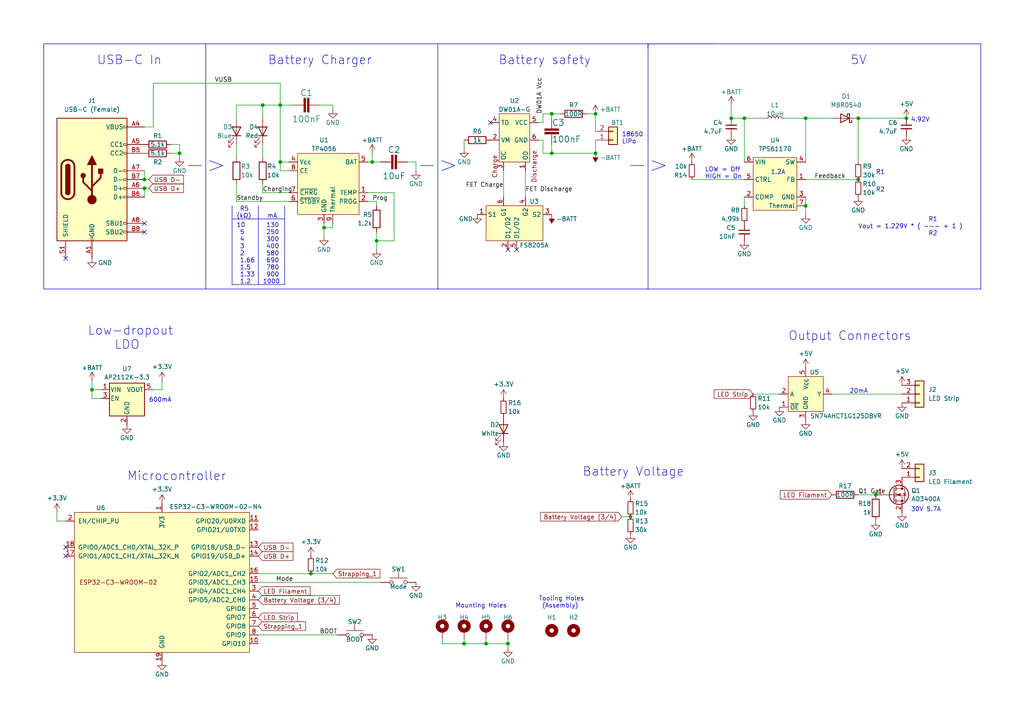
<source format=kicad_sch>
(kicad_sch (version 20230121) (generator eeschema)
  (paper "A4")
  (title_block (title "LED Bracelet") (rev "v1.1") (company "Abit Gray"))
  (lib_symbols
    (symbol "+5V_1" (power) (pin_names (offset 0))
      (property "Value" "+5V_1" (at 0 3.556 0))
      (symbol "+5V_1_1_1"
        (pin power_in line (at 0 0 90) (length 0) hide (name "+5V") (number "1"))
      )
    )
    (symbol "Connector:USB_C_Receptacle_USB2.0" (pin_names (offset 1.016))
      (property "Reference" "J" (at -10.16 19.05 0))
      (property "Value" "USB_C_Receptacle_USB2.0" (at 19.05 19.05 0))
      (symbol "USB_C_Receptacle_USB2.0_1_1"
        (pin passive line (at 0 -22.86 90) (length 5.08) (name "GND") (number "A1"))
        (pin passive line (at 0 -22.86 90) (length 5.08) hide (name "GND") (number "A12"))
        (pin passive line (at 15.24 15.24 180) (length 5.08) (name "VBUS") (number "A4"))
        (pin bidirectional line (at 15.24 10.16 180) (length 5.08) (name "CC1") (number "A5"))
        (pin bidirectional line (at 15.24 -2.54 180) (length 5.08) (name "D+") (number "A6"))
        (pin bidirectional line (at 15.24 2.54 180) (length 5.08) (name "D-") (number "A7"))
        (pin bidirectional line (at 15.24 -12.7 180) (length 5.08) (name "SBU1") (number "A8"))
        (pin passive line (at 15.24 15.24 180) (length 5.08) hide (name "VBUS") (number "A9"))
        (pin passive line (at 0 -22.86 90) (length 5.08) hide (name "GND") (number "B1"))
        (pin passive line (at 0 -22.86 90) (length 5.08) hide (name "GND") (number "B12"))
        (pin passive line (at 15.24 15.24 180) (length 5.08) hide (name "VBUS") (number "B4"))
        (pin bidirectional line (at 15.24 7.62 180) (length 5.08) (name "CC2") (number "B5"))
        (pin bidirectional line (at 15.24 -5.08 180) (length 5.08) (name "D+") (number "B6"))
        (pin bidirectional line (at 15.24 0 180) (length 5.08) (name "D-") (number "B7"))
        (pin bidirectional line (at 15.24 -15.24 180) (length 5.08) (name "SBU2") (number "B8"))
        (pin passive line (at 15.24 15.24 180) (length 5.08) hide (name "VBUS") (number "B9"))
        (pin passive line (at -7.62 -22.86 90) (length 5.08) (name "SHIELD") (number "S1"))
      )
    )
    (symbol "Connector_Generic:Conn_01x02" (pin_names (offset 1.016) hide)
      (property "Reference" "J" (at 0 2.54 0))
      (property "Value" "Conn_01x02" (at 0 -5.08 0))
      (symbol "Conn_01x02_1_1"
        (pin passive line (at -5.08 0 0) (length 3.81) (name "Pin_1") (number "1"))
        (pin passive line (at -5.08 -2.54 0) (length 3.81) (name "Pin_2") (number "2"))
      )
    )
    (symbol "Connector_Generic:Conn_01x03" (pin_names (offset 1.016) hide)
      (property "Reference" "J" (at 0 5.08 0))
      (property "Value" "Conn_01x03" (at 0 -5.08 0))
      (symbol "Conn_01x03_1_1"
        (pin passive line (at -5.08 2.54 0) (length 3.81) (name "Pin_1") (number "1"))
        (pin passive line (at -5.08 0 0) (length 3.81) (name "Pin_2") (number "2"))
        (pin passive line (at -5.08 -2.54 0) (length 3.81) (name "Pin_3") (number "3"))
      )
    )
    (symbol "Custom:DW01A"
      (property "Reference" "U" (at 11.43 8.89 0))
      (property "Value" "DW01A" (at 11.43 6.35 0))
      (symbol "DW01A_0_0"
        (text "Charge" (at 5.08 -10.16 900) (effects (font (size 1.27 1.27))))
        (text "Discharge" (at 16.51 -10.16 900) (effects (font (size 1.27 1.27))))
      )
      (symbol "DW01A_1_1"
        (pin input line (at 13.97 -11.43 90) (length 2.54) (name "OD") (number "1"))
        (pin input line (at 3.81 -2.54 0) (length 2.54) (name "VM") (number "2"))
        (pin input line (at 7.62 -11.43 90) (length 2.54) (name "OC") (number "3"))
        (pin input line (at 3.81 2.54 0) (length 2.54) (name "TD") (number "4"))
        (pin input line (at 17.78 2.54 180) (length 2.54) (name "VCC") (number "5"))
        (pin input line (at 17.78 -2.54 180) (length 2.54) (name "GND") (number "6"))
      )
    )
    (symbol "Custom:FS8205A" (pin_names hide)
      (property "Reference" "U" (at 0 12.7 0))
      (property "Value" "FS8205A" (at 0 10.16 0))
      (symbol "FS8205A_0_0"
        (pin unspecified line (at -2.54 -7.62 90) (length 2.54) (name "S1") (number "1"))
        (pin unspecified line (at -2.54 6.35 270) (length 2.54) (name "D1/D2") (number "2"))
        (pin unspecified line (at 2.54 -7.62 90) (length 2.54) (name "S2") (number "3"))
        (pin input line (at -8.89 0 0) (length 2.54) (name "G1") (number "4"))
        (pin unspecified line (at 2.54 6.35 270) (length 2.54) (name "D1/D2") (number "5"))
        (pin input line (at 8.89 0 180) (length 2.54) (name "G2") (number "6"))
      )
    )
    (symbol "Custom:SN74AHCT1G125DBVR"
      (property "Reference" "U" (at 1.27 6.35 0))
      (property "Value" "SN74AHCT1G125DBVR" (at 0 8.89 0))
      (symbol "SN74AHCT1G125DBVR_0_0"
        (pin input line (at -7.62 -3.81 0) (length 2.54) (name "~{OE}") (number "1"))
        (pin input line (at -7.62 0 0) (length 2.54) (name "A") (number "2"))
        (pin power_in line (at 0 -7.62 90) (length 2.54) (name "GND") (number "3"))
        (pin output line (at 7.62 0 180) (length 2.54) (name "Y") (number "4"))
        (pin power_in line (at 0 7.62 270) (length 2.54) (name "V_{CC}") (number "5"))
      )
    )
    (symbol "Custom:TP4056"
      (property "Reference" "U1" (at 16.51 12.7 0))
      (property "Value" "TP4056" (at 16.51 10.16 0))
      (symbol "TP4056_1_1"
        (pin input line (at 29.21 -2.54 180) (length 2.54) (name "TEMP") (number "1"))
        (pin input line (at 29.21 -5.08 180) (length 2.54) (name "PROG") (number "2"))
        (pin power_in line (at 16.51 -11.43 90) (length 2.54) (name "GND") (number "3"))
        (pin power_in line (at 6.35 6.35 0) (length 2.54) (name "Vcc") (number "4"))
        (pin power_out line (at 29.21 6.35 180) (length 2.54) (name "BAT") (number "5"))
        (pin input line (at 6.35 -5.08 0) (length 2.54) (name "~{STDBY}") (number "6"))
        (pin input line (at 6.35 -2.54 0) (length 2.54) (name "~{CHRG}") (number "7"))
        (pin input line (at 6.35 3.81 0) (length 2.54) (name "CE") (number "8"))
        (pin power_in line (at 19.05 -11.43 90) (length 2.54) (name "Thermal") (number "9"))
      )
    )
    (symbol "Custom:TPS61170"
      (property "Reference" "U" (at 0 7.62 0))
      (property "Value" "TPS61170" (at 0 -10.16 0))
      (symbol "TPS61170_0_0"
        (pin input line (at 8.89 0 180) (length 2.54) (name "FB") (number "1"))
        (pin power_out line (at -8.89 -5.08 0) (length 2.54) (name "COMP") (number "2"))
        (pin power_in line (at 8.89 -5.08 180) (length 2.54) (name "GND") (number "3"))
        (pin power_in line (at 8.89 5.08 180) (length 2.54) (name "SW") (number "4"))
        (pin input line (at -8.89 0 0) (length 2.54) (name "CTRL") (number "5"))
        (pin power_in line (at -8.89 5.08 0) (length 2.54) (name "VIN") (number "6"))
        (pin unspecified line (at 8.89 -7.62 180) (length 2.54) (name "Thermal") (number "7"))
      )
    )
    (symbol "Device:C_Small" (pin_numbers hide) (pin_names (offset 0.254) hide)
      (property "Reference" "C" (at 0.254 1.778 0))
      (property "Value" "C_Small" (at 0.254 -2.032 0))
      (symbol "C_Small_1_1"
        (pin passive line (at 0 2.54 270) (length 2.032) (name "~") (number "1"))
        (pin passive line (at 0 -2.54 90) (length 2.032) (name "~") (number "2"))
      )
    )
    (symbol "Device:LED" (pin_numbers hide) (pin_names (offset 1.016) hide)
      (property "Reference" "D" (at 0 2.54 0))
      (property "Value" "LED" (at 0 -2.54 0))
      (symbol "LED_1_1"
        (pin passive line (at -3.81 0 0) (length 2.54) (name "K") (number "1"))
        (pin passive line (at 3.81 0 180) (length 2.54) (name "A") (number "2"))
      )
    )
    (symbol "Device:L_Small" (pin_numbers hide) (pin_names (offset 0.254) hide)
      (property "Reference" "L" (at 0.762 1.016 0))
      (property "Value" "L_Small" (at 0.762 -1.016 0))
      (symbol "L_Small_1_1"
        (pin passive line (at 0 2.54 270) (length 0.508) (name "~") (number "1"))
        (pin passive line (at 0 -2.54 90) (length 0.508) (name "~") (number "2"))
      )
    )
    (symbol "Device:R" (pin_numbers hide) (pin_names (offset 0))
      (property "Reference" "R" (at 2.032 0 90))
      (property "Value" "R" (at 0 0 90))
      (symbol "R_1_1"
        (pin passive line (at 0 3.81 270) (length 1.27) (name "~") (number "1"))
        (pin passive line (at 0 -3.81 90) (length 1.27) (name "~") (number "2"))
      )
    )
    (symbol "Device:R_Small" (pin_numbers hide) (pin_names (offset 0.254) hide)
      (property "Reference" "R" (at 0.762 0.508 0))
      (property "Value" "R_Small" (at 0.762 -1.016 0))
      (symbol "R_Small_1_1"
        (pin passive line (at 0 2.54 270) (length 0.762) (name "~") (number "1"))
        (pin passive line (at 0 -2.54 90) (length 0.762) (name "~") (number "2"))
      )
    )
    (symbol "Diode:MBR0540" (pin_numbers hide) (pin_names (offset 1.016) hide)
      (property "Reference" "D" (at 0 2.54 0))
      (property "Value" "MBR0540" (at 0 -2.54 0))
      (symbol "MBR0540_1_1"
        (pin passive line (at -3.81 0 0) (length 2.54) (name "K") (number "1"))
        (pin passive line (at 3.81 0 180) (length 2.54) (name "A") (number "2"))
      )
    )
    (symbol "ESP32_PlasmaCaster-eagle-import:0.1UF-0402T-6.3V-10%-X7R"
      (property "Reference" "C" (at 1.524 2.921 0))
      (property "Value" "0.1UF-0402T-6.3V-10%-X7R" (at 1.524 -2.159 0))
      (symbol "0.1UF-0402T-6.3V-10%-X7R_1_0"
        (pin passive line (at 0 5.08 270) (length 2.54) (name "1") (number "1"))
        (pin passive line (at 0 -2.54 90) (length 2.54) (name "2") (number "2"))
      )
    )
    (symbol "FS8205A_1"
      (property "Reference" "U" (at 5.08 3.81 0))
      (property "Value" "FS8205A" (at 2.54 -8.89 0))
      (symbol "FS8205A_1_0_0"
        (pin unspecified line (at -10.16 0 0) (length 2.54) (name "S1") (number "1"))
        (pin unspecified line (at -1.27 -10.16 90) (length 2.54) (name "D1/D2") (number "2"))
        (pin unspecified line (at 11.43 0 180) (length 2.54) (name "S2") (number "3"))
        (pin input line (at 3.81 5.08 270) (length 2.54) (name "G2") (number "4"))
        (pin unspecified line (at 1.27 -10.16 90) (length 2.54) (name "D1/D2") (number "5"))
        (pin input line (at -2.54 5.08 270) (length 2.54) (name "G1") (number "6"))
      )
    )
    (symbol "Mechanical:MountingHole" (pin_names (offset 1.016))
      (property "Reference" "H" (at 0 5.08 0))
      (property "Value" "MountingHole" (at 0 3.175 0))
    )
    (symbol "Mechanical:MountingHole_Pad" (pin_numbers hide) (pin_names (offset 1.016) hide)
      (property "Reference" "H" (at 0 6.35 0))
      (property "Value" "MountingHole_Pad" (at 0 4.445 0))
      (symbol "MountingHole_Pad_1_1"
        (pin input line (at 0 -2.54 90) (length 2.54) (name "1") (number "1"))
      )
    )
    (symbol "PCM_Espressif:ESP32-C3-WROOM-02" (pin_names (offset 1.016))
      (property "Reference" "U" (at -25.4 25.4 0))
      (property "Value" "ESP32-C3-WROOM-02" (at -25.4 22.86 0))
      (symbol "ESP32-C3-WROOM-02_0_0"
        (text "ESP32-C3-WROOM-02" (at -12.7 0 0) (effects (font (size 1.27 1.27))))
      )
      (symbol "ESP32-C3-WROOM-02_1_1"
        (pin power_in line (at 0 22.86 270) (length 2.54) (name "3V3") (number "1"))
        (pin bidirectional line (at 27.94 -17.78 180) (length 2.54) (name "GPIO10") (number "10"))
        (pin bidirectional line (at 27.94 17.78 180) (length 2.54) (name "GPIO20/U0RXD") (number "11"))
        (pin bidirectional line (at 27.94 15.24 180) (length 2.54) (name "GPIO21/U0TXD") (number "12"))
        (pin bidirectional line (at 27.94 10.16 180) (length 2.54) (name "GPIO18/USB_D-") (number "13"))
        (pin bidirectional line (at 27.94 7.62 180) (length 2.54) (name "GPIO19/USB_D+") (number "14"))
        (pin bidirectional line (at 27.94 0 180) (length 2.54) (name "GPIO3/ADC1_CH3") (number "15"))
        (pin bidirectional line (at 27.94 2.54 180) (length 2.54) (name "GPIO2/ADC1_CH2") (number "16"))
        (pin bidirectional line (at -27.94 7.62 0) (length 2.54) (name "GPIO1/ADC1_CH1/XTAL_32K_N") (number "17"))
        (pin bidirectional line (at -27.94 10.16 0) (length 2.54) (name "GPIO0/ADC1_CH0/XTAL_32K_P") (number "18"))
        (pin power_in line (at 0 -22.86 90) (length 2.54) (name "GND") (number "19"))
        (pin input line (at -27.94 17.78 0) (length 2.54) (name "EN/CHIP_PU") (number "2"))
        (pin bidirectional line (at 27.94 -2.54 180) (length 2.54) (name "GPIO4/ADC1_CH4") (number "3"))
        (pin bidirectional line (at 27.94 -5.08 180) (length 2.54) (name "GPIO5/ADC2_CH0") (number "4"))
        (pin bidirectional line (at 27.94 -7.62 180) (length 2.54) (name "GPIO6") (number "5"))
        (pin bidirectional line (at 27.94 -10.16 180) (length 2.54) (name "GPIO7") (number "6"))
        (pin bidirectional line (at 27.94 -12.7 180) (length 2.54) (name "GPIO8") (number "7"))
        (pin bidirectional line (at 27.94 -15.24 180) (length 2.54) (name "GPIO9") (number "8"))
        (pin passive line (at 0 -22.86 90) (length 2.54) hide (name "GND") (number "9"))
      )
    )
    (symbol "Regulator_Linear:AP2112K-3.3" (pin_names (offset 0.254))
      (property "Reference" "U" (at -5.08 5.715 0))
      (property "Value" "AP2112K-3.3" (at 0 5.715 0))
      (symbol "AP2112K-3.3_1_1"
        (pin power_in line (at -7.62 2.54 0) (length 2.54) (name "VIN") (number "1"))
        (pin power_in line (at 0 -7.62 90) (length 2.54) (name "GND") (number "2"))
        (pin input line (at -7.62 0 0) (length 2.54) (name "EN") (number "3"))
        (pin no_connect line (at 5.08 0 180) (length 2.54) hide (name "NC") (number "4"))
        (pin power_out line (at 7.62 2.54 180) (length 2.54) (name "VOUT") (number "5"))
      )
    )
    (symbol "Switch:SW_Push" (pin_numbers hide) (pin_names (offset 1.016) hide)
      (property "Reference" "SW" (at 1.27 2.54 0))
      (property "Value" "SW_Push" (at 0 -1.524 0))
      (symbol "SW_Push_0_1"
        (pin passive line (at -5.08 0 0) (length 2.54) (name "1") (number "1"))
        (pin passive line (at 5.08 0 180) (length 2.54) (name "2") (number "2"))
      )
    )
    (symbol "Transistor_FET:AO3400A" (pin_names hide)
      (property "Reference" "Q" (at 5.08 1.905 0))
      (property "Value" "AO3400A" (at 5.08 0 0))
      (symbol "AO3400A_1_1"
        (pin input line (at -5.08 0 0) (length 2.54) (name "G") (number "1"))
        (pin passive line (at 2.54 -5.08 90) (length 2.54) (name "S") (number "2"))
        (pin passive line (at 2.54 5.08 270) (length 2.54) (name "D") (number "3"))
      )
    )
    (symbol "power:+3.3V" (power) (pin_names (offset 0))
      (property "Value" "+3.3V" (at 0 3.556 0))
      (symbol "+3.3V_1_1"
        (pin power_in line (at 0 0 90) (length 0) hide (name "+3.3V") (number "1"))
      )
    )
    (symbol "power:+BATT" (power) (pin_names (offset 0))
      (property "Value" "+BATT" (at 0 3.556 0))
      (symbol "+BATT_1_1"
        (pin power_in line (at 0 0 90) (length 0) hide (name "+BATT") (number "1"))
      )
    )
    (symbol "power:-BATT" (power) (pin_names (offset 0))
      (property "Value" "-BATT" (at 0 3.556 0))
      (symbol "-BATT_1_1"
        (pin power_in line (at 0 0 90) (length 0) hide (name "-BATT") (number "1"))
      )
    )
    (symbol "power:GND" (power) (pin_numbers hide) (pin_names (offset 0) hide)
      (property "Value" "GND" (at 0 -3.81 0))
      (symbol "GND_1_1"
        (pin power_in line (at 0 0 270) (length 0) hide (name "GND") (number "1"))
      )
    )
  )
  (junction (at 90.17 166.37))
  (junction (at 140.97 186.69))
  (junction (at 107.95 46.99))
  (junction (at 254 143.51))
  (junction (at 52.07 44.45))
  (junction (at 262.89 34.29))
  (junction (at 233.68 34.29))
  (junction (at 93.98 66.04))
  (junction (at 134.62 186.69))
  (junction (at 212.09 34.29))
  (junction (at 109.22 69.85))
  (junction (at 172.72 44.45))
  (junction (at 160.02 33.02))
  (junction (at 81.28 30.48))
  (junction (at 76.2 30.48))
  (junction (at 233.68 59.69))
  (junction (at 41.91 54.61))
  (junction (at 147.32 186.69))
  (junction (at 160.02 44.45))
  (junction (at 248.92 34.29))
  (junction (at 41.91 52.07))
  (junction (at 172.72 33.02))
  (junction (at 248.92 52.07))
  (junction (at 215.9 34.29))
  (junction (at 26.67 113.03))
  (junction (at 81.28 46.99))
  (junction (at 182.88 149.86))
  (no_connect (at 149.86 72.39))
  (no_connect (at 142.24 35.56))
  (no_connect (at 19.05 158.75))
  (no_connect (at 41.91 67.31))
  (no_connect (at 19.05 74.93))
  (no_connect (at 41.91 64.77))
  (no_connect (at 147.32 72.39))
  (no_connect (at 19.05 161.29))
  (wire (pts (xy 43.18 54.61) (xy 41.91 54.61)))
  (wire (pts (xy 29.21 115.57) (xy 26.67 115.57)))
  (wire (pts (xy 109.22 67.31) (xy 109.22 69.85)))
  (wire (pts (xy 157.48 33.02) (xy 160.02 33.02)))
  (wire (pts (xy 212.09 30.48) (xy 212.09 34.29)))
  (polyline (pts (xy 187.96 12.7) (xy 187.96 83.82)))
  (wire (pts (xy 107.95 46.99) (xy 106.68 46.99)))
  (wire (pts (xy 107.95 46.99) (xy 110.49 46.99)))
  (wire (pts (xy 215.9 59.69) (xy 215.9 57.15)))
  (polyline (pts (xy 127 83.82) (xy 207.01 83.82)))
  (wire (pts (xy 106.68 58.42) (xy 109.22 58.42)))
  (wire (pts (xy 41.91 52.07) (xy 43.18 52.07)))
  (polyline (pts (xy 82.55 82.55) (xy 67.31 82.55)))
  (wire (pts (xy 93.98 66.04) (xy 93.98 68.58)))
  (polyline (pts (xy 59.69 12.7) (xy 59.69 83.82)))
  (wire (pts (xy 134.62 185.42) (xy 134.62 186.69)))
  (wire (pts (xy 76.2 41.91) (xy 76.2 45.72)))
  (wire (pts (xy 68.58 41.91) (xy 68.58 45.72)))
  (wire (pts (xy 233.68 52.07) (xy 248.92 52.07)))
  (wire (pts (xy 81.28 24.13) (xy 44.45 24.13)))
  (polyline (pts (xy 207.01 83.82) (xy 284.48 83.82)))
  (wire (pts (xy 215.9 34.29) (xy 215.9 46.99)))
  (wire (pts (xy 83.82 58.42) (xy 68.58 58.42)))
  (wire (pts (xy 248.92 143.51) (xy 254 143.51)))
  (wire (pts (xy 74.93 166.37) (xy 90.17 166.37)))
  (wire (pts (xy 120.65 49.53) (xy 120.65 46.99)))
  (wire (pts (xy 146.05 49.53) (xy 146.05 57.15)))
  (wire (pts (xy 46.99 110.49) (xy 46.99 113.03)))
  (wire (pts (xy 83.82 49.53) (xy 81.28 49.53)))
  (wire (pts (xy 44.45 36.83) (xy 41.91 36.83)))
  (wire (pts (xy 81.28 30.48) (xy 85.09 30.48)))
  (polyline (pts (xy 12.7 12.7) (xy 12.7 83.82)))
  (wire (pts (xy 222.25 34.29) (xy 215.9 34.29)))
  (wire (pts (xy 140.97 185.42) (xy 140.97 186.69)))
  (wire (pts (xy 93.98 64.77) (xy 93.98 66.04)))
  (wire (pts (xy 109.22 59.69) (xy 109.22 58.42)))
  (wire (pts (xy 81.28 30.48) (xy 81.28 46.99)))
  (wire (pts (xy 248.92 34.29) (xy 262.89 34.29)))
  (wire (pts (xy 44.45 24.13) (xy 44.45 36.83)))
  (wire (pts (xy 248.92 34.29) (xy 248.92 46.99)))
  (wire (pts (xy 76.2 55.88) (xy 83.82 55.88)))
  (wire (pts (xy 140.97 186.69) (xy 147.32 186.69)))
  (wire (pts (xy 114.3 69.85) (xy 109.22 69.85)))
  (wire (pts (xy 52.07 41.91) (xy 52.07 44.45)))
  (wire (pts (xy 49.53 41.91) (xy 52.07 41.91)))
  (wire (pts (xy 76.2 30.48) (xy 76.2 34.29)))
  (wire (pts (xy 109.22 69.85) (xy 109.22 72.39)))
  (wire (pts (xy 134.62 43.18) (xy 134.62 40.64)))
  (wire (pts (xy 227.33 34.29) (xy 233.68 34.29)))
  (wire (pts (xy 160.02 33.02) (xy 162.56 33.02)))
  (wire (pts (xy 147.32 185.42) (xy 147.32 186.69)))
  (polyline (pts (xy 74.93 59.69) (xy 74.93 82.55)))
  (wire (pts (xy 41.91 49.53) (xy 41.91 52.07)))
  (wire (pts (xy 68.58 58.42) (xy 68.58 53.34)))
  (wire (pts (xy 96.52 31.75) (xy 96.52 30.48)))
  (wire (pts (xy 26.67 110.49) (xy 26.67 113.03)))
  (wire (pts (xy 157.48 44.45) (xy 160.02 44.45)))
  (wire (pts (xy 74.93 168.91) (xy 110.49 168.91)))
  (wire (pts (xy 134.62 186.69) (xy 140.97 186.69)))
  (polyline (pts (xy 127 12.7) (xy 127 83.82)))
  (wire (pts (xy 233.68 34.29) (xy 233.68 46.99)))
  (wire (pts (xy 81.28 49.53) (xy 81.28 46.99)))
  (polyline (pts (xy 12.7 83.82) (xy 127 83.82)))
  (polyline (pts (xy 67.31 63.5) (xy 82.55 63.5)))
  (wire (pts (xy 147.32 186.69) (xy 147.32 187.96)))
  (wire (pts (xy 160.02 41.91) (xy 160.02 44.45)))
  (wire (pts (xy 152.4 49.53) (xy 152.4 57.15)))
  (wire (pts (xy 233.68 34.29) (xy 241.3 34.29)))
  (wire (pts (xy 74.93 184.15) (xy 97.79 184.15)))
  (wire (pts (xy 160.02 44.45) (xy 172.72 44.45)))
  (wire (pts (xy 46.99 113.03) (xy 44.45 113.03)))
  (wire (pts (xy 215.9 34.29) (xy 212.09 34.29)))
  (wire (pts (xy 233.68 59.69) (xy 233.68 62.23)))
  (wire (pts (xy 107.95 44.45) (xy 107.95 46.99)))
  (polyline (pts (xy 82.55 59.69) (xy 82.55 82.55)))
  (polyline (pts (xy 284.48 12.7) (xy 284.48 83.82)))
  (polyline (pts (xy 59.69 12.7) (xy 127 12.7)))
  (wire (pts (xy 128.27 186.69) (xy 134.62 186.69)))
  (wire (pts (xy 180.34 149.86) (xy 182.88 149.86)))
  (wire (pts (xy 26.67 115.57) (xy 26.67 113.03)))
  (wire (pts (xy 218.44 114.3) (xy 226.06 114.3)))
  (wire (pts (xy 160.02 33.02) (xy 160.02 34.29)))
  (wire (pts (xy 52.07 44.45) (xy 49.53 44.45)))
  (wire (pts (xy 172.72 33.02) (xy 170.18 33.02)))
  (wire (pts (xy 90.17 166.37) (xy 96.52 166.37)))
  (wire (pts (xy 76.2 53.34) (xy 76.2 55.88)))
  (wire (pts (xy 41.91 54.61) (xy 41.91 57.15)))
  (wire (pts (xy 157.48 35.56) (xy 157.48 33.02)))
  (wire (pts (xy 128.27 185.42) (xy 128.27 186.69)))
  (wire (pts (xy 96.52 66.04) (xy 93.98 66.04)))
  (wire (pts (xy 68.58 30.48) (xy 76.2 30.48)))
  (polyline (pts (xy 67.31 59.69) (xy 67.31 82.55)))
  (wire (pts (xy 96.52 30.48) (xy 92.71 30.48)))
  (polyline (pts (xy 127 12.7) (xy 207.01 12.7)))
  (wire (pts (xy 106.68 55.88) (xy 114.3 55.88)))
  (polyline (pts (xy 187.96 12.7) (xy 284.48 12.7)))
  (wire (pts (xy 241.3 114.3) (xy 261.62 114.3)))
  (polyline (pts (xy 59.69 12.7) (xy 12.7 12.7)))
  (wire (pts (xy 81.28 24.13) (xy 81.28 30.48)))
  (wire (pts (xy 157.48 40.64) (xy 157.48 44.45)))
  (wire (pts (xy 26.67 113.03) (xy 29.21 113.03)))
  (wire (pts (xy 233.68 57.15) (xy 233.68 59.69)))
  (wire (pts (xy 172.72 33.02) (xy 172.72 38.1)))
  (polyline (pts (xy 187.96 13.97) (xy 187.96 12.7)))
  (wire (pts (xy 52.07 45.72) (xy 52.07 44.45)))
  (wire (pts (xy 114.3 55.88) (xy 114.3 69.85)))
  (wire (pts (xy 172.72 40.64) (xy 172.72 44.45)))
  (wire (pts (xy 156.21 40.64) (xy 157.48 40.64)))
  (wire (pts (xy 81.28 46.99) (xy 83.82 46.99)))
  (wire (pts (xy 200.66 52.07) (xy 215.9 52.07)))
  (wire (pts (xy 16.51 151.13) (xy 19.05 151.13)))
  (wire (pts (xy 68.58 30.48) (xy 68.58 34.29)))
  (wire (pts (xy 156.21 35.56) (xy 157.48 35.56)))
  (wire (pts (xy 96.52 64.77) (xy 96.52 66.04)))
  (wire (pts (xy 76.2 30.48) (xy 81.28 30.48)))
  (wire (pts (xy 16.51 148.59) (xy 16.51 151.13)))
  (wire (pts (xy 120.65 46.99) (xy 118.11 46.99)))
  (text "20mA" (at 246.38 114.3 0) (effects (font (size 1.27 1.27)) (justify left bottom)))
  (text " 130\n 250\n 300\n 400\n 580\n 690\n 780\n 900\n1000" (at 76.2 82.55 0) (effects (font (size 1.27 1.27)) (justify left bottom)))
  (text "Microcontroller" (at 36.83 139.7 0) (effects (font (size 2.54 2.54)) (justify left bottom)))
  (text "18650\nLiPo" (at 180.34 41.91 0) (effects (font (size 1.27 1.27)) (justify left bottom)))
  (text "->" (at 120.65 50.8 0) (effects (font (size 5 5)) (justify left bottom)))
  (text "R2" (at 254 55.88 0) (effects (font (size 1.27 1.27)) (justify left bottom)))
  (text "USB-C In" (at 46.99 19.05 0) (effects (font (size 2.54 2.54)) (justify right bottom)))
  (text " R5\n(kΩ)" (at 68.58 63.5 0) (effects (font (size 1.27 1.27)) (justify left bottom)))
  (text "mA" (at 77.47 63.5 0) (effects (font (size 1.27 1.27)) (justify left bottom)))
  (text "Tooling Holes\n (Assembly)" (at 156.21 176.53 0) (effects (font (size 1.27 1.27)) (justify left bottom)))
  (text "Low-dropout\n    LDO" (at 25.4 101.6 0) (effects (font (size 2.54 2.54)) (justify left bottom)))
  (text "600mA" (at 43.18 116.84 0) (effects (font (size 1.27 1.27)) (justify left bottom)))
  (text "5V" (at 251.46 19.05 0) (effects (font (size 2.54 2.54)) (justify right bottom)))
  (text "10 \n 5\n 4\n 3\n 2\n 1.66\n 1.5\n 1.33\n 1.2" (at 68.58 82.55 0) (effects (font (size 1.27 1.27)) (justify left bottom)))
  (text "Output Connectors" (at 228.6 99.06 0) (effects (font (size 2.54 2.54)) (justify left bottom)))
  (text "Battery Charger" (at 107.95 19.05 0) (effects (font (size 2.54 2.54)) (justify right bottom)))
  (text "                     R1\nVout = 1.229V * ( --- + 1 )\n                     R2" (at 248.92 68.58 0) (effects (font (size 1.27 1.27)) (justify left bottom)))
  (text "1.2A" (at 223.52 50.8 0) (effects (font (size 1.27 1.27)) (justify left bottom)))
  (text "R1" (at 254 50.8 0) (effects (font (size 1.27 1.27)) (justify left bottom)))
  (text "->" (at 181.61 50.8 0) (effects (font (size 5 5)) (justify left bottom)))
  (text "30V 5.7A" (at 264.16 148.59 0) (effects (font (size 1.27 1.27)) (justify left bottom)))
  (text "Battery safety" (at 171.45 19.05 0) (effects (font (size 2.54 2.54)) (justify right bottom)))
  (text "->" (at 53.34 50.8 0) (effects (font (size 5 5)) (justify left bottom)))
  (text "Battery Voltage" (at 168.91 138.43 0) (effects (font (size 2.54 2.54)) (justify left bottom)))
  (text "Mounting Holes" (at 132.08 176.53 0) (effects (font (size 1.27 1.27)) (justify left bottom)))
  (text "LOW = Off\nHIGH = On" (at 204.47 52.07 0) (effects (font (size 1.27 1.27)) (justify left bottom)))
  (text "4.92V" (at 264.16 35.56 0) (effects (font (size 1.27 1.27)) (justify left bottom)))
  (label "Prog" (at 107.95 58.42 0))
  (label "FET Discharge" (at 152.4 55.88 0))
  (label "Q1 Gate" (at 248.92 143.51 0))
  (label "Feedback" (at 236.22 52.07 0))
  (label "BOOT" (at 92.71 184.15 0))
  (label "FET Charge" (at 146.05 54.61 180))
  (label "VUSB" (at 62.23 24.13 0))
  (label "Charging" (at 76.2 55.88 0))
  (label "DW01A Vcc" (at 157.48 33.02 90))
  (label "Mode" (at 80.01 168.91 0))
  (label "Standby" (at 68.58 58.42 0))
  (global_label "Battery Voltage (3{slash}4)" (shape input) (at 74.93 173.99 0) (property "Intersheetrefs" "${INTERSHEET_REFS}" (effects hide)))
  (global_label "USB D-" (shape input) (at 74.93 158.75 0) (property "Intersheetrefs" "${INTERSHEET_REFS}" (effects hide)))
  (global_label "LED Filament" (shape input) (at 74.93 171.45 0) (property "Intersheetrefs" "${INTERSHEET_REFS}" (effects hide)))
  (global_label "LED Filament" (shape input) (at 241.3 143.51 180) (property "Intersheetrefs" "${INTERSHEET_REFS}" (effects hide)))
  (global_label "USB D+" (shape input) (at 43.18 54.61 0) (property "Intersheetrefs" "${INTERSHEET_REFS}" (effects hide)))
  (global_label "Strapping_1" (shape input) (at 74.93 181.61 0) (property "Intersheetrefs" "${INTERSHEET_REFS}" (effects hide)))
  (global_label "LED Strip" (shape input) (at 218.44 114.3 180) (property "Intersheetrefs" "${INTERSHEET_REFS}" (effects hide)))
  (global_label "Battery Voltage (3{slash}4)" (shape input) (at 180.34 149.86 180) (property "Intersheetrefs" "${INTERSHEET_REFS}" (effects hide)))
  (global_label "USB D+" (shape input) (at 74.93 161.29 0) (property "Intersheetrefs" "${INTERSHEET_REFS}" (effects hide)))
  (global_label "USB D-" (shape input) (at 43.18 52.07 0) (property "Intersheetrefs" "${INTERSHEET_REFS}" (effects hide)))
  (global_label "LED Strip" (shape input) (at 74.93 179.07 0) (property "Intersheetrefs" "${INTERSHEET_REFS}" (effects hide)))
  (global_label "Strapping_1" (shape input) (at 96.52 166.37 0) (property "Intersheetrefs" "${INTERSHEET_REFS}" (effects hide)))
  (symbol (lib_id "power:GND") (at 261.62 116.84 0) (unit 1)
    (property "Reference" "#PWR04" (effects hide))
    (property "Value" "GND" (at 261.62 120.65 0))
  )
  (symbol (lib_id "ESP32_PlasmaCaster-eagle-import:0.1UF-0402T-6.3V-10%-X7R") (at 115.57 46.99 90) (unit 1)
    (property "Reference" "C2" (at 114.3 44.45 90) (effects (font (size 1.778 1.778)) (justify top)))
    (property "Value" "10uF" (at 114.3 52.07 90) (effects (font (size 1.778 1.778)) (justify top)))
    (property "Footprint" "Capacitor_SMD:C_0603_1608Metric" (effects hide))
    (property "Datasheet" "https://datasheet.lcsc.com/lcsc/1810191219_Samsung-Electro-Mechanics-CL10A106KP8NNNC_C19702.pdf" (effects hide))
    (property "LCSC" "C96446" (effects hide))
  )
  (symbol (lib_id "ESP32_PlasmaCaster-eagle-import:0.1UF-0402T-6.3V-10%-X7R") (at 90.17 30.48 90) (unit 1)
    (property "Reference" "C1" (at 88.9 27.94 90) (effects (font (size 1.778 1.778)) (justify top)))
    (property "Value" "100nF" (at 88.9 35.56 90) (effects (font (size 1.778 1.778)) (justify top)))
    (property "Footprint" "Capacitor_SMD:C_0603_1608Metric" (effects hide))
    (property "Datasheet" "https://datasheet.lcsc.com/lcsc/1809301912_YAGEO-CC0603KRX7R9BB104_C14663.pdf" (effects hide))
    (property "LCSC" "C14663" (effects hide))
  )
  (symbol (lib_id "Device:R_Small") (at 215.9 62.23 0) (mirror y) (unit 1)
    (property "Reference" "R8" (at 214.63 60.96 0) (effects (justify left)))
    (property "Value" "4.99k" (at 214.63 63.5 0) (effects (justify left)))
    (property "Footprint" "Resistor_SMD:R_0603_1608Metric" (effects hide))
    (property "LCSC" "C2988946" (effects hide))
  )
  (symbol (lib_id "power:GND") (at 212.09 39.37 0) (unit 1)
    (property "Reference" "#PWR0107" (effects hide))
    (property "Value" "GND" (at 212.09 43.18 0))
  )
  (symbol (lib_id "Device:R_Small") (at 146.05 118.11 0) (unit 1)
    (property "Reference" "R16" (at 147.32 116.84 0) (effects (justify left)))
    (property "Value" "10k" (at 147.32 119.38 0) (effects (justify left)))
    (property "Footprint" "Resistor_SMD:R_0603_1608Metric" (effects hide))
    (property "LCSC" "C25804" (effects hide))
  )
  (symbol (lib_id "Device:R") (at 76.2 49.53 0) (mirror x) (unit 1)
    (property "Reference" "R4" (at 77.47 48.26 0) (effects (justify left)))
    (property "Value" "10k" (at 77.47 50.8 0) (effects (justify left)))
    (property "Footprint" "Resistor_SMD:R_0603_1608Metric" (effects hide))
    (property "LCSC" "C25804" (effects hide))
  )
  (symbol (lib_id "Device:R") (at 45.72 44.45 90) (unit 1)
    (property "Reference" "R2" (at 45.72 46.99 90))
    (property "Value" "5.1k" (at 45.72 44.45 90))
    (property "Footprint" "Resistor_SMD:R_0603_1608Metric" (effects hide))
    (property "LCSC" "C23186" (effects hide))
  )
  (symbol (lib_id "power:GND") (at 120.65 168.91 0) (unit 1)
    (property "Reference" "#PWR034" (effects hide))
    (property "Value" "GND" (at 120.65 172.72 0))
  )
  (symbol (lib_id "power:+3.3V") (at 46.99 146.05 0) (unit 1)
    (property "Reference" "#PWR023" (effects hide))
    (property "Value" "+3.3V" (at 46.99 141.9169 0))
  )
  (symbol (lib_id "Connector_Generic:Conn_01x02") (at 177.8 40.64 0) (mirror x) (unit 1)
    (property "Reference" "BT1" (at 179.07 35.56 0))
    (property "Value" "Conn_01x02" (effects hide))
    (property "Footprint" "Connector_JST:JST_PH_B2B-PH-K_1x02_P2.00mm_Vertical" (effects hide))
  )
  (symbol (lib_id "Device:R_Small") (at 248.92 54.61 0) (unit 1)
    (property "Reference" "R10" (at 250.19 53.34 0) (effects (justify left)))
    (property "Value" "10k" (at 250.19 55.88 0) (effects (justify left)))
    (property "Footprint" "Resistor_SMD:R_0603_1608Metric" (effects hide))
    (property "LCSC" "C25804" (effects hide))
  )
  (symbol (lib_name "+5V_1") (lib_id "power:+5V") (at 262.89 34.29 0) (unit 1)
    (property "Reference" "#PWR03" (effects hide))
    (property "Value" "+5V" (at 262.89 30.1569 0))
  )
  (symbol (lib_id "Custom:DW01A") (at 138.43 38.1 0) (unit 1)
    (property "Reference" "U2" (at 149.2249 29.21 0))
    (property "Value" "DW01A-G" (at 149.2249 31.75 0))
    (property "Footprint" "Package_TO_SOT_SMD:SOT-23-6" (effects hide))
    (property "Datasheet" "https://datasheet.lcsc.com/szlcsc/1901091236_PUOLOP-DW01A_C351410.pdf" (effects hide))
    (property "LCSC" "C351410" (effects hide))
  )
  (symbol (lib_id "power:GND") (at 261.62 148.59 0) (unit 1)
    (property "Reference" "#PWR07" (effects hide))
    (property "Value" "GND" (at 261.62 152.4 0))
  )
  (symbol (lib_id "power:GND") (at 254 151.13 0) (unit 1)
    (property "Reference" "#PWR035" (effects hide))
    (property "Value" "GND" (at 254 154.94 0))
  )
  (symbol (lib_id "Device:C_Small") (at 215.9 67.31 0) (mirror y) (unit 1)
    (property "Reference" "C5" (at 213.36 66.0463 0) (effects (justify left)))
    (property "Value" "10nF" (at 213.36 68.5863 0) (effects (justify left)))
    (property "Footprint" "Capacitor_SMD:C_0603_1608Metric" (effects hide))
    (property "LCSC" "C57112" (effects hide))
  )
  (symbol (lib_id "power:GND") (at 120.65 49.53 0) (unit 1)
    (property "Reference" "#PWR013" (effects hide))
    (property "Value" "GND" (at 120.65 53.34 0))
  )
  (symbol (lib_id "power:GND") (at 147.32 187.96 0) (unit 1)
    (property "Reference" "#PWR0101" (effects hide))
    (property "Value" "GND" (at 147.32 191.77 0))
  )
  (symbol (lib_id "power:GND") (at 52.07 45.72 0) (unit 1)
    (property "Reference" "#PWR02" (effects hide))
    (property "Value" "GND" (at 52.07 49.53 0))
  )
  (symbol (lib_id "power:GND") (at 36.83 123.19 0) (unit 1)
    (property "Reference" "#PWR029" (effects hide))
    (property "Value" "GND" (at 36.83 127 0))
  )
  (symbol (lib_id "power:+3.3V") (at 16.51 148.59 0) (unit 1)
    (property "Reference" "#PWR024" (effects hide))
    (property "Value" "+3.3V" (at 16.51 144.4569 0))
  )
  (symbol (lib_id "Device:LED") (at 68.58 38.1 270) (mirror x) (unit 1) (in_bom no)
    (property "Reference" "D3" (at 66.04 36.83 90))
    (property "Value" "Blue" (at 67.31 39.37 90) (effects (justify right)))
    (property "Footprint" "LED_SMD:LED_1206_3216Metric" (effects hide))
  )
  (symbol (lib_id "power:+3.3V") (at 146.05 115.57 0) (unit 1)
    (property "Reference" "#PWR031" (effects hide))
    (property "Value" "+3.3V" (at 146.05 111.4369 0))
  )
  (symbol (lib_name "+5V_1") (lib_id "power:+5V") (at 261.62 135.89 0) (unit 1)
    (property "Reference" "#PWR06" (effects hide))
    (property "Value" "+5V" (at 261.62 131.7569 0))
  )
  (symbol (lib_id "Device:R_Small") (at 200.66 49.53 180) (unit 1)
    (property "Reference" "R14" (at 199.39 50.8 0) (effects (justify left)))
    (property "Value" "10k" (at 199.39 48.26 0) (effects (justify left)))
    (property "Footprint" "Resistor_SMD:R_0603_1608Metric" (effects hide))
    (property "LCSC" "C25804" (effects hide))
  )
  (symbol (lib_id "Device:R_Small") (at 218.44 116.84 0) (unit 1)
    (property "Reference" "R11" (at 219.71 115.57 0) (effects (justify left)))
    (property "Value" "10k" (at 219.71 118.11 0) (effects (justify left)))
    (property "Footprint" "Resistor_SMD:R_0603_1608Metric" (effects hide))
    (property "LCSC" "C25804" (effects hide))
  )
  (symbol (lib_id "power:+BATT") (at 212.09 30.48 0) (unit 1)
    (property "Reference" "#PWR0108" (effects hide))
    (property "Value" "+BATT" (at 212.09 26.67 0))
  )
  (symbol (lib_id "power:GND") (at 226.06 118.11 0) (unit 1)
    (property "Reference" "#PWR019" (effects hide))
    (property "Value" "GND" (at 226.06 121.92 0))
  )
  (symbol (lib_id "Device:R_Small") (at 182.88 147.32 0) (unit 1)
    (property "Reference" "R15" (at 184.15 146.05 0) (effects (justify left)))
    (property "Value" "10k" (at 184.15 148.59 0) (effects (justify left)))
    (property "Footprint" "Resistor_SMD:R_0603_1608Metric" (effects hide))
    (property "LCSC" "C25804" (effects hide))
  )
  (symbol (lib_id "Device:R") (at 245.11 143.51 90) (mirror x) (unit 1)
    (property "Reference" "R17" (at 245.11 140.97 90))
    (property "Value" "100R" (at 245.11 143.51 90))
    (property "Footprint" "Resistor_SMD:R_0603_1608Metric" (effects hide))
    (property "LCSC" "C22775" (effects hide))
  )
  (symbol (lib_id "power:GND") (at 26.67 74.93 0) (unit 1)
    (property "Reference" "#PWR01" (effects hide))
    (property "Value" "GND" (at 30.48 76.2 0))
  )
  (symbol (lib_id "power:-BATT") (at 160.02 62.23 180) (unit 1)
    (property "Reference" "#PWR0105" (effects hide))
    (property "Value" "-BATT" (at 161.29 63.5 0) (effects (justify right)))
  )
  (symbol (lib_id "power:+BATT") (at 172.72 33.02 0) (unit 1)
    (property "Reference" "#PWR018" (effects hide))
    (property "Value" "+BATT" (at 173.99 31.75 0) (effects (justify left)))
  )
  (symbol (lib_name "FS8205A_1") (lib_id "Custom:FS8205A") (at 148.59 62.23 0) (unit 1)
    (property "Reference" "U3" (at 154.94 58.42 0))
    (property "Value" "FS8205A" (at 154.94 71.12 0))
    (property "Footprint" "Package_TO_SOT_SMD:SOT-23-6" (effects hide))
    (property "Datasheet" "https://datasheet.lcsc.com/szlcsc/2010271837_FUXINSEMI-FS8205A_C908265.pdf" (effects hide))
    (property "LCSC" "C908265" (effects hide))
  )
  (symbol (lib_id "Mechanical:MountingHole_Pad") (at 128.27 182.88 0) (unit 1) (in_bom no)
    (property "Reference" "H3" (at 128.27 179.07 0))
    (property "Value" "MountingHole_Pad" (effects hide))
    (property "Footprint" "MountingHole:MountingHole_2.2mm_M2_ISO7380_Pad" (effects hide))
  )
  (symbol (lib_id "power:GND") (at 146.05 128.27 0) (unit 1)
    (property "Reference" "#PWR032" (effects hide))
    (property "Value" "GND" (at 146.05 132.08 0))
  )
  (symbol (lib_id "power:GND") (at 248.92 57.15 0) (unit 1)
    (property "Reference" "#PWR0104" (effects hide))
    (property "Value" "GND" (at 248.92 60.96 0))
  )
  (symbol (lib_id "PCM_Espressif:ESP32-C3-WROOM-02") (at 46.99 168.91 0) (unit 1)
    (property "Reference" "U6" (at 29.21 147.32 0))
    (property "Value" "ESP32-C3-WROOM-02-N4" (at 49.1841 146.9969 0) (effects (justify left)))
    (property "Footprint" "PCM_Espressif:ESP32-C3-WROOM-02" (effects hide))
    (property "Datasheet" "https://www.espressif.com/sites/default/files/documentation/esp32-c3-wroom-02_datasheet_en.pdf" (effects hide))
    (property "LCSC" "C2934560" (effects hide))
  )
  (symbol (lib_id "Mechanical:MountingHole_Pad") (at 134.62 182.88 0) (unit 1) (in_bom no)
    (property "Reference" "H4" (at 134.62 179.07 0))
    (property "Value" "MountingHole_Pad" (effects hide))
    (property "Footprint" "MountingHole:MountingHole_2.2mm_M2_ISO7380_Pad" (effects hide))
  )
  (symbol (lib_id "power:GND") (at 93.98 68.58 0) (unit 1)
    (property "Reference" "#PWR010" (effects hide))
    (property "Value" "GND" (at 93.98 72.39 0))
  )
  (symbol (lib_id "power:GND") (at 262.89 39.37 0) (unit 1)
    (property "Reference" "#PWR021" (effects hide))
    (property "Value" "GND" (at 262.89 43.18 0))
  )
  (symbol (lib_id "Device:R_Small") (at 182.88 152.4 180) (unit 1)
    (property "Reference" "R13" (at 184.15 151.13 0) (effects (justify right)))
    (property "Value" "30k" (at 184.15 153.67 0) (effects (justify right)))
    (property "Footprint" "Resistor_SMD:R_0603_1608Metric" (effects hide))
    (property "LCSC" "C22984" (effects hide))
  )
  (symbol (lib_id "Device:R") (at 138.43 40.64 270) (mirror x) (unit 1)
    (property "Reference" "R6" (at 138.43 38.1 90))
    (property "Value" "1k" (at 138.43 40.64 90))
    (property "Footprint" "Resistor_SMD:R_0603_1608Metric" (effects hide))
    (property "LCSC" "C21190" (effects hide))
  )
  (symbol (lib_id "Switch:SW_Push") (at 115.57 168.91 0) (mirror y) (unit 1)
    (property "Reference" "SW1" (at 115.57 165.1 0))
    (property "Value" "Mode" (at 115.57 170.18 0))
    (property "Footprint" "Button_Switch_SMD:Panasonic_EVQPUL_EVQPUC" (effects hide))
  )
  (symbol (lib_id "power:GND") (at 233.68 62.23 0) (unit 1)
    (property "Reference" "#PWR0112" (effects hide))
    (property "Value" "GND" (at 233.68 66.04 0))
  )
  (symbol (lib_id "Device:LED") (at 76.2 38.1 270) (mirror x) (unit 1) (in_bom no)
    (property "Reference" "D4" (at 73.66 36.83 90))
    (property "Value" "Red" (at 74.93 39.37 90) (effects (justify right)))
    (property "Footprint" "LED_SMD:LED_1206_3216Metric" (effects hide))
  )
  (symbol (lib_id "Device:LED") (at 146.05 124.46 270) (mirror x) (unit 1) (in_bom no)
    (property "Reference" "D2" (at 143.51 123.19 90))
    (property "Value" "White" (at 144.78 125.73 90) (effects (justify right)))
    (property "Footprint" "LED_SMD:LED_1206_3216Metric" (effects hide))
  )
  (symbol (lib_id "Custom:TP4056") (at 77.47 53.34 0) (unit 1)
    (property "Reference" "U1" (at 93.98 40.64 0))
    (property "Value" "TP4056" (at 93.98 43.18 0))
    (property "Footprint" "Package_SO:HSOP-8-1EP_3.9x4.9mm_P1.27mm_EP2.41x3.1mm_ThermalVias" (effects hide))
    (property "Datasheet" "https://datasheet.lcsc.com/lcsc/1809261820_TOPPOWER-Nanjing-Extension-Microelectronics-TP4056-42-ESOP8_C16581.pdf" (effects hide))
    (property "LCSC" "C16581" (effects hide))
  )
  (symbol (lib_id "Mechanical:MountingHole") (at 160.02 182.88 0) (unit 1) (in_bom no)
    (property "Reference" "H1" (at 160.02 179.07 0))
    (property "Value" "MountingHole_Pad" (effects hide))
    (property "Footprint" "Custom:JLCPCB ToolingHole" (effects hide))
  )
  (symbol (lib_id "power:GND") (at 218.44 119.38 0) (unit 1)
    (property "Reference" "#PWR020" (effects hide))
    (property "Value" "GND" (at 218.44 123.19 0))
  )
  (symbol (lib_id "Device:R") (at 166.37 33.02 90) (mirror x) (unit 1)
    (property "Reference" "R7" (at 166.37 30.48 90))
    (property "Value" "100R" (at 166.37 33.02 90))
    (property "Footprint" "Resistor_SMD:R_0603_1608Metric" (effects hide))
    (property "LCSC" "C22775" (effects hide))
  )
  (symbol (lib_id "Regulator_Linear:AP2112K-3.3") (at 36.83 115.57 0) (unit 1)
    (property "Reference" "U7" (at 36.83 106.9807 0))
    (property "Value" "AP2112K-3.3" (at 36.83 109.4049 0))
    (property "Footprint" "Package_TO_SOT_SMD:SOT-23-5" (effects hide))
    (property "Datasheet" "https://www.diodes.com/assets/Datasheets/AP2112.pdf" (effects hide))
    (property "LCSC" "C51118" (effects hide))
  )
  (symbol (lib_id "power:GND") (at 107.95 184.15 0) (unit 1)
    (property "Reference" "#PWR028" (effects hide))
    (property "Value" "GND" (at 107.95 187.96 0))
  )
  (symbol (lib_id "Device:R") (at 109.22 63.5 0) (mirror x) (unit 1)
    (property "Reference" "R5" (at 107.95 62.23 0) (effects (justify right)))
    (property "Value" "1.2k" (at 107.95 64.77 0) (effects (justify right)))
    (property "Footprint" "Resistor_SMD:R_0603_1608Metric" (effects hide))
    (property "LCSC" "C22765" (effects hide))
  )
  (symbol (lib_id "Custom:TPS61170") (at 224.79 52.07 0) (unit 1)
    (property "Reference" "U4" (at 224.79 40.64 0))
    (property "Value" "TPS61170" (at 224.79 43.18 0))
    (property "Footprint" "Package_DFN_QFN:DFN-6-1EP_2x2mm_P0.65mm_EP1.01x1.7mm" (effects hide))
    (property "Datasheet" "https://datasheet.lcsc.com/lcsc/1809191813_Texas-Instruments-TPS61170DRVR_C15163.pdf" (effects hide))
    (property "LCSC" "C15163" (effects hide))
  )
  (symbol (lib_name "+5V_1") (lib_id "power:+5V") (at 233.68 106.68 0) (unit 1)
    (property "Reference" "#PWR015" (effects hide))
    (property "Value" "+5V" (at 233.68 102.5469 0))
  )
  (symbol (lib_id "Mechanical:MountingHole_Pad") (at 147.32 182.88 0) (unit 1) (in_bom no)
    (property "Reference" "H6" (at 147.32 179.07 0))
    (property "Value" "MountingHole_Pad" (effects hide))
    (property "Footprint" "MountingHole:MountingHole_2.2mm_M2_ISO7380_Pad" (effects hide))
  )
  (symbol (lib_id "Device:R") (at 254 147.32 0) (mirror y) (unit 1)
    (property "Reference" "R18" (at 252.73 146.05 0) (effects (justify left)))
    (property "Value" "1k" (at 252.73 148.59 0) (effects (justify left)))
    (property "Footprint" "Resistor_SMD:R_0603_1608Metric" (effects hide))
    (property "LCSC" "C21190" (effects hide))
  )
  (symbol (lib_id "power:GND") (at 109.22 72.39 0) (unit 1)
    (property "Reference" "#PWR012" (effects hide))
    (property "Value" "GND" (at 109.22 76.2 0))
  )
  (symbol (lib_id "power:+3.3V") (at 46.99 110.49 0) (unit 1)
    (property "Reference" "#PWR025" (effects hide))
    (property "Value" "+3.3V" (at 46.99 106.3569 0))
  )
  (symbol (lib_id "Switch:SW_Push") (at 102.87 184.15 0) (mirror y) (unit 1)
    (property "Reference" "SW2" (at 102.87 180.34 0))
    (property "Value" "BOOT" (at 102.87 185.42 0))
    (property "Footprint" "Jumper:SolderJumper-2_P1.3mm_Open_RoundedPad1.0x1.5mm" (effects hide))
  )
  (symbol (lib_id "power:GND") (at 233.68 121.92 0) (unit 1)
    (property "Reference" "#PWR017" (effects hide))
    (property "Value" "GND" (at 233.68 125.73 0))
  )
  (symbol (lib_id "ESP32_PlasmaCaster-eagle-import:0.1UF-0402T-6.3V-10%-X7R") (at 160.02 39.37 0) (unit 1)
    (property "Reference" "C3" (at 160.02 35.56 0) (effects (font (size 1.778 1.778)) (justify left)))
    (property "Value" "100nF" (at 160.02 39.37 0) (effects (font (size 1.778 1.778)) (justify left top)))
    (property "Footprint" "Capacitor_SMD:C_0603_1608Metric" (effects hide))
    (property "Datasheet" "https://datasheet.lcsc.com/lcsc/1809301912_YAGEO-CC0603KRX7R9BB104_C14663.pdf" (effects hide))
    (property "LCSC" "C14663" (effects hide))
  )
  (symbol (lib_name "+5V_1") (lib_id "power:+5V") (at 261.62 111.76 0) (unit 1)
    (property "Reference" "#PWR05" (effects hide))
    (property "Value" "+5V" (at 261.62 107.6269 0))
  )
  (symbol (lib_id "Device:R") (at 45.72 41.91 90) (unit 1)
    (property "Reference" "R1" (at 45.72 39.37 90))
    (property "Value" "5.1k" (at 45.72 41.91 90))
    (property "Footprint" "Resistor_SMD:R_0603_1608Metric" (effects hide))
    (property "LCSC" "C23186" (effects hide))
  )
  (symbol (lib_id "Connector_Generic:Conn_01x03") (at 266.7 114.3 0) (mirror x) (unit 1)
    (property "Reference" "J2" (at 269.24 113.03 0) (effects (justify left)))
    (property "Value" "LED Strip" (at 269.24 115.57 0) (effects (justify left)))
    (property "Footprint" "Connector_PinHeader_2.54mm:PinHeader_1x03_P2.54mm_Vertical" (effects hide))
  )
  (symbol (lib_id "Device:C_Small") (at 212.09 36.83 0) (mirror y) (unit 1)
    (property "Reference" "C4" (at 209.55 35.5663 0) (effects (justify left)))
    (property "Value" "4.7uF" (at 209.55 38.1063 0) (effects (justify left)))
    (property "Footprint" "Capacitor_SMD:C_0603_1608Metric" (effects hide))
    (property "LCSC" "C19666" (effects hide))
  )
  (symbol (lib_id "Device:R_Small") (at 248.92 49.53 180) (unit 1)
    (property "Reference" "R9" (at 250.19 48.26 0) (effects (justify right)))
    (property "Value" "30k" (at 250.19 50.8 0) (effects (justify right)))
    (property "Footprint" "Resistor_SMD:R_0603_1608Metric" (effects hide))
    (property "LCSC" "C22984" (effects hide))
  )
  (symbol (lib_id "power:+BATT") (at 182.88 144.78 0) (unit 1)
    (property "Reference" "#PWR030" (effects hide))
    (property "Value" "+BATT" (at 182.88 140.97 0))
  )
  (symbol (lib_id "power:+BATT") (at 107.95 44.45 0) (unit 1)
    (property "Reference" "#PWR011" (effects hide))
    (property "Value" "+BATT" (at 107.95 40.64 0))
  )
  (symbol (lib_id "Device:L_Small") (at 224.79 34.29 90) (unit 1)
    (property "Reference" "L1" (at 224.79 30.48 90))
    (property "Value" "10uH" (at 224.79 33.02 90))
    (property "Footprint" "Custom:Inductor 4x4" (effects hide))
    (property "LCSC" "C497803" (effects hide))
  )
  (symbol (lib_id "power:-BATT") (at 172.72 44.45 180) (unit 1)
    (property "Reference" "#PWR016" (effects hide))
    (property "Value" "-BATT" (at 173.99 45.72 0) (effects (justify right)))
  )
  (symbol (lib_id "power:GND") (at 138.43 62.23 0) (unit 1)
    (property "Reference" "#PWR0110" (effects hide))
    (property "Value" "GND" (at 137.16 63.5 0) (effects (justify right)))
  )
  (symbol (lib_id "power:GND") (at 182.88 154.94 0) (unit 1)
    (property "Reference" "#PWR026" (effects hide))
    (property "Value" "GND" (at 182.88 158.75 0))
  )
  (symbol (lib_id "Device:R") (at 68.58 49.53 0) (mirror x) (unit 1)
    (property "Reference" "R3" (at 69.85 48.26 0) (effects (justify left)))
    (property "Value" "10k" (at 69.85 50.8 0) (effects (justify left)))
    (property "Footprint" "Resistor_SMD:R_0603_1608Metric" (effects hide))
    (property "LCSC" "C25804" (effects hide))
  )
  (symbol (lib_id "power:+BATT") (at 200.66 46.99 0) (unit 1)
    (property "Reference" "#PWR033" (effects hide))
    (property "Value" "+BATT" (at 200.66 43.18 0))
  )
  (symbol (lib_id "power:GND") (at 215.9 69.85 0) (unit 1)
    (property "Reference" "#PWR0109" (effects hide))
    (property "Value" "GND" (at 215.9 73.66 0))
  )
  (symbol (lib_id "Connector:USB_C_Receptacle_USB2.0") (at 26.67 52.07 0) (unit 1)
    (property "Reference" "J1" (at 26.67 29.21 0))
    (property "Value" "USB-C (Female)" (at 26.67 31.75 0))
    (property "Footprint" "Connector_USB:USB_C_Receptacle_GCT_USB4105-xx-A_16P_TopMnt_Horizontal" (effects hide))
    (property "Datasheet" "https://datasheet.lcsc.com/lcsc/2111231930_SHOU-HAN-TYPE-C-16PIN-2MD-073_C2765186.pdf" (effects hide))
    (property "LCSC" "C2765186" (effects hide))
  )
  (symbol (lib_id "Mechanical:MountingHole_Pad") (at 140.97 182.88 0) (unit 1) (in_bom no) (on_board no)
    (property "Reference" "H5" (at 140.97 179.07 0))
    (property "Value" "MountingHole_Pad" (effects hide))
    (property "Footprint" "MountingHole:MountingHole_2.2mm_M2_ISO7380_Pad" (effects hide))
  )
  (symbol (lib_id "power:GND") (at 96.52 31.75 0) (unit 1)
    (property "Reference" "#PWR09" (effects hide))
    (property "Value" "GND" (at 96.52 35.56 0))
  )
  (symbol (lib_id "Transistor_FET:AO3400A") (at 259.08 143.51 0) (unit 1)
    (property "Reference" "Q1" (at 264.287 142.2979 0) (effects (justify left)))
    (property "Value" "AO3400A" (at 264.287 144.7221 0) (effects (justify left)))
    (property "Footprint" "Package_TO_SOT_SMD:SOT-23" (effects hide))
    (property "Datasheet" "http://www.aosmd.com/pdfs/datasheet/AO3400A.pdf" (effects hide))
    (property "LCSC" "C20917" (effects hide))
  )
  (symbol (lib_id "Mechanical:MountingHole") (at 166.37 182.88 0) (unit 1) (in_bom no)
    (property "Reference" "H2" (at 166.37 179.07 0))
    (property "Value" "MountingHole_Pad" (effects hide))
    (property "Footprint" "Custom:JLCPCB ToolingHole" (effects hide))
  )
  (symbol (lib_id "Custom:SN74AHCT1G125DBVR") (at 233.68 114.3 0) (unit 1)
    (property "Reference" "U5" (at 236.22 107.95 0))
    (property "Value" "SN74AHCT1G125DBVR" (at 234.95 120.65 0) (effects (justify left)))
    (property "Footprint" "Package_TO_SOT_SMD:SOT-23-5" (effects hide))
    (property "Datasheet" "https://jlcpcb.com/partdetail/TexasInstruments-SN74AHCT1G125DBVR/C7484" (effects hide))
    (property "LCSC" "C7484" (effects hide))
  )
  (symbol (lib_id "power:+3.3V") (at 90.17 161.29 0) (unit 1)
    (property "Reference" "#PWR027" (effects hide))
    (property "Value" "+3.3V" (at 90.17 157.1569 0))
  )
  (symbol (lib_id "Device:R_Small") (at 90.17 163.83 0) (unit 1)
    (property "Reference" "R12" (at 91.44 162.56 0) (effects (justify left)))
    (property "Value" "10k" (at 91.44 165.1 0) (effects (justify left)))
    (property "Footprint" "Resistor_SMD:R_0603_1608Metric" (effects hide))
    (property "LCSC" "C25804" (effects hide))
  )
  (symbol (lib_id "power:GND") (at 46.99 191.77 0) (unit 1)
    (property "Reference" "#PWR022" (effects hide))
    (property "Value" "GND" (at 46.99 195.58 0))
  )
  (symbol (lib_id "Device:C_Small") (at 262.89 36.83 0) (mirror y) (unit 1)
    (property "Reference" "C6" (at 260.35 35.5663 0) (effects (justify left)))
    (property "Value" "4.7uF" (at 260.35 38.1063 0) (effects (justify left)))
    (property "Footprint" "Capacitor_SMD:C_0603_1608Metric" (effects hide))
    (property "LCSC" "C19666" (effects hide))
  )
  (symbol (lib_id "power:+BATT") (at 26.67 110.49 0) (unit 1)
    (property "Reference" "#PWR08" (effects hide))
    (property "Value" "+BATT" (at 26.67 106.68 0))
  )
  (symbol (lib_id "Diode:MBR0540") (at 245.11 34.29 180) (unit 1)
    (property "Reference" "D1" (at 245.4275 27.94 0))
    (property "Value" "MBR0540" (at 245.4275 30.48 0))
    (property "Footprint" "Diode_SMD:D_SOD-123" (effects hide))
    (property "Datasheet" "http://www.mccsemi.com/up_pdf/MBR0520~MBR0580(SOD123).pdf" (effects hide))
    (property "LCSC" "C116159" (effects hide))
  )
  (symbol (lib_id "Connector_Generic:Conn_01x02") (at 266.7 138.43 0) (mirror x) (unit 1)
    (property "Reference" "J3" (at 269.24 137.16 0) (effects (justify left)))
    (property "Value" "LED Filament" (at 269.24 139.7 0) (effects (justify left)))
    (property "Footprint" "Connector_PinHeader_2.54mm:PinHeader_1x02_P2.54mm_Vertical" (effects hide))
  )
  (symbol (lib_id "power:GND") (at 134.62 43.18 0) (unit 1)
    (property "Reference" "#PWR014" (effects hide))
    (property "Value" "GND" (at 134.62 46.99 0))
  )
)
</source>
